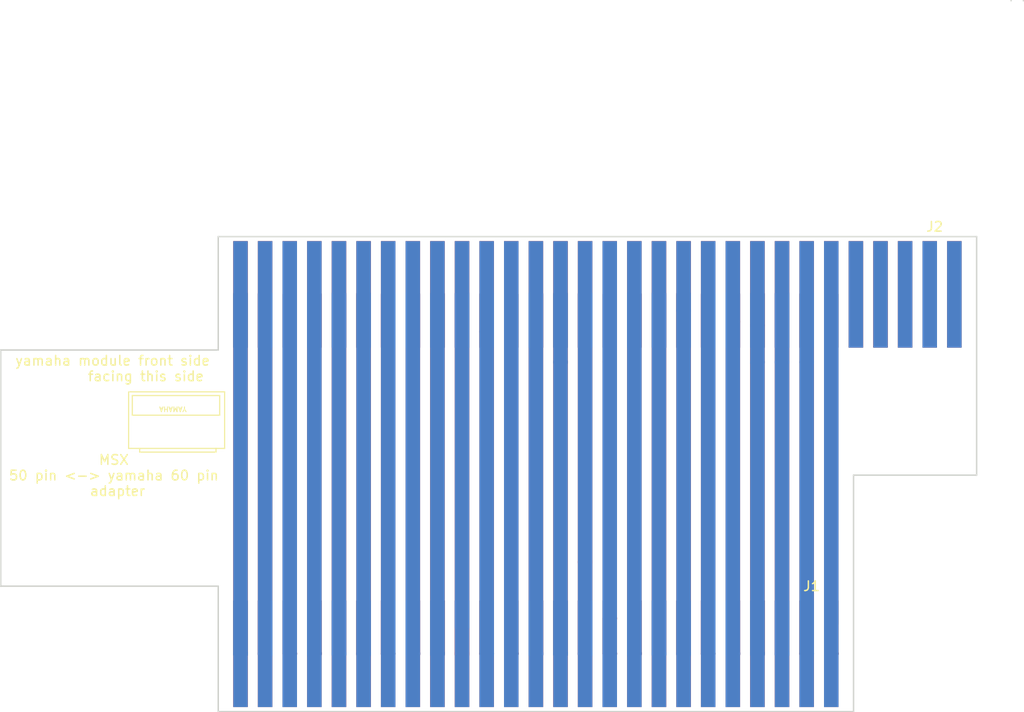
<source format=kicad_pcb>
(kicad_pcb (version 20171130) (host pcbnew "(5.1.5)-3")

  (general
    (thickness 1.6)
    (drawings 26)
    (tracks 113)
    (zones 0)
    (modules 2)
    (nets 61)
  )

  (page A4)
  (layers
    (0 F.Cu signal)
    (31 B.Cu signal)
    (32 B.Adhes user)
    (33 F.Adhes user)
    (34 B.Paste user)
    (35 F.Paste user)
    (36 B.SilkS user)
    (37 F.SilkS user)
    (38 B.Mask user)
    (39 F.Mask user)
    (40 Dwgs.User user)
    (41 Cmts.User user)
    (42 Eco1.User user)
    (43 Eco2.User user)
    (44 Edge.Cuts user)
    (45 Margin user)
    (46 B.CrtYd user)
    (47 F.CrtYd user)
    (48 B.Fab user)
    (49 F.Fab user)
  )

  (setup
    (last_trace_width 1.5)
    (user_trace_width 1.5)
    (trace_clearance 0.3)
    (zone_clearance 0.508)
    (zone_45_only no)
    (trace_min 0.2)
    (via_size 0.8)
    (via_drill 0.4)
    (via_min_size 0.4)
    (via_min_drill 0.3)
    (uvia_size 0.3)
    (uvia_drill 0.1)
    (uvias_allowed no)
    (uvia_min_size 0.2)
    (uvia_min_drill 0.1)
    (edge_width 0.05)
    (segment_width 0.2)
    (pcb_text_width 0.3)
    (pcb_text_size 1.5 1.5)
    (mod_edge_width 0.12)
    (mod_text_size 1 1)
    (mod_text_width 0.15)
    (pad_size 1.5 11)
    (pad_drill 0)
    (pad_to_mask_clearance 0.051)
    (solder_mask_min_width 0.25)
    (aux_axis_origin 0 0)
    (visible_elements 7FFFFFFF)
    (pcbplotparams
      (layerselection 0x010f0_ffffffff)
      (usegerberextensions false)
      (usegerberattributes false)
      (usegerberadvancedattributes false)
      (creategerberjobfile false)
      (excludeedgelayer false)
      (linewidth 0.100000)
      (plotframeref true)
      (viasonmask false)
      (mode 1)
      (useauxorigin false)
      (hpglpennumber 1)
      (hpglpenspeed 20)
      (hpglpendiameter 15.000000)
      (psnegative false)
      (psa4output false)
      (plotreference true)
      (plotvalue true)
      (plotinvisibletext false)
      (padsonsilk true)
      (subtractmaskfromsilk false)
      (outputformat 1)
      (mirror false)
      (drillshape 0)
      (scaleselection 1)
      (outputdirectory "gerber/"))
  )

  (net 0 "")
  (net 1 P1)
  (net 2 P3)
  (net 3 P5)
  (net 4 P7)
  (net 5 P9)
  (net 6 P11)
  (net 7 P13)
  (net 8 P15)
  (net 9 P17)
  (net 10 P19)
  (net 11 P21)
  (net 12 P23)
  (net 13 P25)
  (net 14 P27)
  (net 15 P29)
  (net 16 P31)
  (net 17 P33)
  (net 18 P35)
  (net 19 P37)
  (net 20 P39)
  (net 21 P41)
  (net 22 P43)
  (net 23 P45)
  (net 24 P47)
  (net 25 P49)
  (net 26 P50)
  (net 27 P48)
  (net 28 P46)
  (net 29 P44)
  (net 30 P42)
  (net 31 P40)
  (net 32 P38)
  (net 33 P36)
  (net 34 P34)
  (net 35 P32)
  (net 36 P30)
  (net 37 P28)
  (net 38 P26)
  (net 39 P24)
  (net 40 P22)
  (net 41 P20)
  (net 42 P18)
  (net 43 P16)
  (net 44 P14)
  (net 45 P12)
  (net 46 P10)
  (net 47 P2)
  (net 48 P4)
  (net 49 P6)
  (net 50 P8)
  (net 51 "Net-(J2-Pad8)")
  (net 52 "Net-(J2-Pad6)")
  (net 53 "Net-(J2-Pad4)")
  (net 54 "Net-(J2-Pad2)")
  (net 55 "Net-(J2-Pad10)")
  (net 56 "Net-(J2-Pad9)")
  (net 57 "Net-(J2-Pad7)")
  (net 58 "Net-(J2-Pad5)")
  (net 59 "Net-(J2-Pad3)")
  (net 60 "Net-(J2-Pad1)")

  (net_class Default "This is the default net class."
    (clearance 0.3)
    (trace_width 0.3)
    (via_dia 0.8)
    (via_drill 0.4)
    (uvia_dia 0.3)
    (uvia_drill 0.1)
    (add_net "Net-(J2-Pad1)")
    (add_net "Net-(J2-Pad10)")
    (add_net "Net-(J2-Pad2)")
    (add_net "Net-(J2-Pad3)")
    (add_net "Net-(J2-Pad4)")
    (add_net "Net-(J2-Pad5)")
    (add_net "Net-(J2-Pad6)")
    (add_net "Net-(J2-Pad7)")
    (add_net "Net-(J2-Pad8)")
    (add_net "Net-(J2-Pad9)")
    (add_net P1)
    (add_net P10)
    (add_net P11)
    (add_net P12)
    (add_net P13)
    (add_net P14)
    (add_net P15)
    (add_net P16)
    (add_net P17)
    (add_net P18)
    (add_net P19)
    (add_net P2)
    (add_net P20)
    (add_net P21)
    (add_net P22)
    (add_net P23)
    (add_net P24)
    (add_net P25)
    (add_net P26)
    (add_net P27)
    (add_net P28)
    (add_net P29)
    (add_net P3)
    (add_net P30)
    (add_net P31)
    (add_net P32)
    (add_net P33)
    (add_net P34)
    (add_net P35)
    (add_net P36)
    (add_net P37)
    (add_net P38)
    (add_net P39)
    (add_net P4)
    (add_net P40)
    (add_net P41)
    (add_net P42)
    (add_net P43)
    (add_net P44)
    (add_net P45)
    (add_net P46)
    (add_net P47)
    (add_net P48)
    (add_net P49)
    (add_net P5)
    (add_net P50)
    (add_net P6)
    (add_net P7)
    (add_net P8)
    (add_net P9)
  )

  (net_class Power ""
    (clearance 0.4)
    (trace_width 1.5)
    (via_dia 2)
    (via_drill 1)
    (uvia_dia 0.3)
    (uvia_drill 0.1)
  )

  (module "msx cartridge:msx_cartridge_2" (layer F.Cu) (tedit 5EC4399C) (tstamp 5EC48465)
    (at 171.946 106.65)
    (path /5EC5BB2F)
    (fp_text reference J2 (at 28.448 -7.112) (layer F.SilkS)
      (effects (font (size 1 1) (thickness 0.15)))
    )
    (fp_text value Connector_Generic_Conn_02x30_Odd_Even (at 0 -7.62) (layer F.Fab)
      (effects (font (size 1 1) (thickness 0.15)))
    )
    (pad 51 connect rect (at -33.02 -0.127) (size 1.5 11) (layers B.Cu B.Mask)
      (net 21 P41))
    (pad 53 connect rect (at -35.56 -0.127) (size 1.5 11) (layers B.Cu B.Mask)
      (net 22 P43))
    (pad 55 connect rect (at -38.1 -0.127) (size 1.5 11) (layers B.Cu B.Mask)
      (net 23 P45))
    (pad 57 connect rect (at -40.64 -0.127) (size 1.5 11) (layers B.Cu B.Mask)
      (net 24 P47))
    (pad 59 connect rect (at -43.18 -0.127) (size 1.5 11) (layers B.Cu B.Mask)
      (net 25 P49))
    (pad 60 connect rect (at -43.18 -0.127) (size 1.5 11) (layers F.Cu F.Mask)
      (net 26 P50))
    (pad 58 connect rect (at -40.64 -0.127) (size 1.5 11) (layers F.Cu F.Mask)
      (net 27 P48))
    (pad 56 connect rect (at -38.1 -0.127) (size 1.5 11) (layers F.Cu F.Mask)
      (net 28 P46))
    (pad 54 connect rect (at -35.56 -0.127) (size 1.5 11) (layers F.Cu F.Mask)
      (net 29 P44))
    (pad 52 connect rect (at -33.02 -0.127) (size 1.5 11) (layers F.Cu F.Mask)
      (net 30 P42))
    (pad 8 connect rect (at 22.86 -0.127) (size 1.5 11) (layers F.Cu F.Mask)
      (net 51 "Net-(J2-Pad8)"))
    (pad 6 connect rect (at 25.4 -0.127) (size 1.5 11) (layers F.Cu F.Mask)
      (net 52 "Net-(J2-Pad6)"))
    (pad 4 connect rect (at 27.94 -0.127) (size 1.5 11) (layers F.Cu F.Mask)
      (net 53 "Net-(J2-Pad4)"))
    (pad 2 connect rect (at 30.48 -0.127) (size 1.5 11) (layers F.Cu F.Mask)
      (net 54 "Net-(J2-Pad2)"))
    (pad 10 connect rect (at 20.32 -0.127) (size 1.5 11) (layers F.Cu F.Mask)
      (net 55 "Net-(J2-Pad10)"))
    (pad 12 connect rect (at 17.78 -0.127) (size 1.5 11) (layers F.Cu F.Mask)
      (net 47 P2))
    (pad 14 connect rect (at 15.24 -0.127) (size 1.5 11) (layers F.Cu F.Mask)
      (net 48 P4))
    (pad 16 connect rect (at 12.7 -0.127) (size 1.5 11) (layers F.Cu F.Mask)
      (net 49 P6))
    (pad 18 connect rect (at 10.16 -0.127) (size 1.5 11) (layers F.Cu F.Mask)
      (net 50 P8))
    (pad 20 connect rect (at 7.62 -0.127) (size 1.5 11) (layers F.Cu F.Mask)
      (net 46 P10))
    (pad 22 connect rect (at 5.08 -0.127) (size 1.5 11) (layers F.Cu F.Mask)
      (net 45 P12))
    (pad 24 connect rect (at 2.54 -0.127) (size 1.5 11) (layers F.Cu F.Mask)
      (net 44 P14))
    (pad 26 connect rect (at 0 -0.127) (size 1.5 11) (layers F.Cu F.Mask)
      (net 43 P16))
    (pad 28 connect rect (at -2.54 -0.127) (size 1.5 11) (layers F.Cu F.Mask)
      (net 42 P18))
    (pad 30 connect rect (at -5.08 -0.127) (size 1.5 11) (layers F.Cu F.Mask)
      (net 41 P20))
    (pad 32 connect rect (at -7.62 -0.127) (size 1.5 11) (layers F.Cu F.Mask)
      (net 40 P22))
    (pad 34 connect rect (at -10.16 -0.127) (size 1.5 11) (layers F.Cu F.Mask)
      (net 39 P24))
    (pad 36 connect rect (at -12.7 -0.127) (size 1.5 11) (layers F.Cu F.Mask)
      (net 38 P26))
    (pad 38 connect rect (at -15.24 -0.127) (size 1.5 11) (layers F.Cu F.Mask)
      (net 37 P28))
    (pad 40 connect rect (at -17.78 -0.127) (size 1.5 11) (layers F.Cu F.Mask)
      (net 36 P30))
    (pad 42 connect rect (at -20.32 -0.127) (size 1.5 11) (layers F.Cu F.Mask)
      (net 35 P32))
    (pad 44 connect rect (at -22.86 -0.127) (size 1.5 11) (layers F.Cu F.Mask)
      (net 34 P34))
    (pad 46 connect rect (at -25.4 -0.127) (size 1.5 11) (layers F.Cu F.Mask)
      (net 33 P36))
    (pad 48 connect rect (at -27.94 -0.127) (size 1.5 11) (layers F.Cu F.Mask)
      (net 32 P38))
    (pad 50 connect rect (at -30.48 -0.127) (size 1.5 11) (layers F.Cu F.Mask)
      (net 31 P40))
    (pad 49 connect rect (at -30.48 -0.127) (size 1.5 11) (layers B.Cu B.Mask)
      (net 20 P39))
    (pad 47 connect rect (at -27.94 -0.127) (size 1.5 11) (layers B.Cu B.Mask)
      (net 19 P37))
    (pad 45 connect rect (at -25.4 -0.127) (size 1.5 11) (layers B.Cu B.Mask)
      (net 18 P35))
    (pad 43 connect rect (at -22.86 -0.127) (size 1.5 11) (layers B.Cu B.Mask)
      (net 17 P33))
    (pad 41 connect rect (at -20.32 -0.127) (size 1.5 11) (layers B.Cu B.Mask)
      (net 16 P31))
    (pad 39 connect rect (at -17.78 -0.127) (size 1.5 11) (layers B.Cu B.Mask)
      (net 15 P29))
    (pad 37 connect rect (at -15.24 -0.127) (size 1.5 11) (layers B.Cu B.Mask)
      (net 14 P27))
    (pad 35 connect rect (at -12.7 -0.127) (size 1.5 11) (layers B.Cu B.Mask)
      (net 13 P25))
    (pad 33 connect rect (at -10.16 -0.127) (size 1.5 11) (layers B.Cu B.Mask)
      (net 12 P23))
    (pad 31 connect rect (at -7.62 -0.127) (size 1.5 11) (layers B.Cu B.Mask)
      (net 11 P21))
    (pad 29 connect rect (at -5.08 -0.127) (size 1.5 11) (layers B.Cu B.Mask)
      (net 10 P19))
    (pad 27 connect rect (at -2.54 -0.127) (size 1.5 11) (layers B.Cu B.Mask)
      (net 9 P17))
    (pad 25 connect rect (at 0 -0.127) (size 1.5 11) (layers B.Cu B.Mask)
      (net 8 P15))
    (pad 23 connect rect (at 2.54 -0.127) (size 1.5 11) (layers B.Cu B.Mask)
      (net 7 P13))
    (pad 21 connect rect (at 5.08 -0.127) (size 1.5 11) (layers B.Cu B.Mask)
      (net 6 P11))
    (pad 19 connect rect (at 7.62 -0.127) (size 1.5 11) (layers B.Cu B.Mask)
      (net 5 P9))
    (pad 17 connect rect (at 10.16 -0.127) (size 1.5 11) (layers B.Cu B.Mask)
      (net 4 P7))
    (pad 15 connect rect (at 12.7 -0.127) (size 1.5 11) (layers B.Cu B.Mask)
      (net 3 P5))
    (pad 13 connect rect (at 15.24 -0.127) (size 1.5 11) (layers B.Cu B.Mask)
      (net 2 P3))
    (pad 11 connect rect (at 17.78 -0.127) (size 1.5 11) (layers B.Cu B.Mask)
      (net 1 P1))
    (pad 9 connect rect (at 20.32 -0.127) (size 1.5 11) (layers B.Cu B.Mask)
      (net 56 "Net-(J2-Pad9)"))
    (pad 7 connect rect (at 22.86 -0.127) (size 1.5 11) (layers B.Cu B.Mask)
      (net 57 "Net-(J2-Pad7)"))
    (pad 5 connect rect (at 25.4 -0.127) (size 1.5 11) (layers B.Cu B.Mask)
      (net 58 "Net-(J2-Pad5)"))
    (pad 3 connect rect (at 27.94 -0.127) (size 1.5 11) (layers B.Cu B.Mask)
      (net 59 "Net-(J2-Pad3)"))
    (pad 1 connect rect (at 30.48 -0.127) (size 1.5 11) (layers B.Cu B.Mask)
      (net 60 "Net-(J2-Pad1)"))
  )

  (module "MSX cartridge:msx_cartridge" (layer F.Cu) (tedit 5EC439C9) (tstamp 5E7CF11F)
    (at 159.246 143.764)
    (path /5D239E16)
    (fp_text reference J1 (at 28.448 -7.112) (layer F.SilkS)
      (effects (font (size 1 1) (thickness 0.15)))
    )
    (fp_text value Conn_02x25_Odd_Even (at 0 -7.62) (layer F.Fab)
      (effects (font (size 1 1) (thickness 0.15)))
    )
    (pad 1 connect rect (at 30.48 -0.127) (size 1.5 11) (layers B.Cu B.Mask)
      (net 1 P1))
    (pad 3 connect rect (at 27.94 -0.127) (size 1.5 11) (layers B.Cu B.Mask)
      (net 2 P3))
    (pad 5 connect rect (at 25.4 -0.127) (size 1.5 11) (layers B.Cu B.Mask)
      (net 3 P5))
    (pad 7 connect rect (at 22.86 -0.127) (size 1.5 11) (layers B.Cu B.Mask)
      (net 4 P7))
    (pad 9 connect rect (at 20.32 -0.127) (size 1.5 11) (layers B.Cu B.Mask)
      (net 5 P9))
    (pad 11 connect rect (at 17.78 -0.127) (size 1.5 11) (layers B.Cu B.Mask)
      (net 6 P11))
    (pad 13 connect rect (at 15.24 -0.127) (size 1.5 11) (layers B.Cu B.Mask)
      (net 7 P13))
    (pad 15 connect rect (at 12.7 -0.127) (size 1.5 11) (layers B.Cu B.Mask)
      (net 8 P15))
    (pad 17 connect rect (at 10.16 -0.127) (size 1.5 11) (layers B.Cu B.Mask)
      (net 9 P17))
    (pad 19 connect rect (at 7.62 -0.127) (size 1.5 11) (layers B.Cu B.Mask)
      (net 10 P19))
    (pad 21 connect rect (at 5.08 -0.127) (size 1.5 11) (layers B.Cu B.Mask)
      (net 11 P21))
    (pad 23 connect rect (at 2.54 -0.127) (size 1.5 11) (layers B.Cu B.Mask)
      (net 12 P23))
    (pad 25 connect rect (at 0 -0.127) (size 1.5 11) (layers B.Cu B.Mask)
      (net 13 P25))
    (pad 27 connect rect (at -2.54 -0.127) (size 1.5 11) (layers B.Cu B.Mask)
      (net 14 P27))
    (pad 29 connect rect (at -5.08 -0.127) (size 1.5 11) (layers B.Cu B.Mask)
      (net 15 P29))
    (pad 31 connect rect (at -7.62 -0.127) (size 1.5 11) (layers B.Cu B.Mask)
      (net 16 P31))
    (pad 33 connect rect (at -10.16 -0.127) (size 1.5 11) (layers B.Cu B.Mask)
      (net 17 P33))
    (pad 35 connect rect (at -12.7 -0.127) (size 1.5 11) (layers B.Cu B.Mask)
      (net 18 P35))
    (pad 37 connect rect (at -15.24 -0.127) (size 1.5 11) (layers B.Cu B.Mask)
      (net 19 P37))
    (pad 39 connect rect (at -17.78 -0.127) (size 1.5 11) (layers B.Cu B.Mask)
      (net 20 P39))
    (pad 41 connect rect (at -20.32 -0.127) (size 1.5 11) (layers B.Cu B.Mask)
      (net 21 P41) (zone_connect 2))
    (pad 43 connect rect (at -22.86 -0.127) (size 1.5 11) (layers B.Cu B.Mask)
      (net 22 P43) (zone_connect 2))
    (pad 45 connect rect (at -25.4 -0.127) (size 1.5 11) (layers B.Cu B.Mask)
      (net 23 P45) (zone_connect 2))
    (pad 47 connect rect (at -27.94 -0.127) (size 1.5 11) (layers B.Cu B.Mask)
      (net 24 P47) (zone_connect 2))
    (pad 49 connect rect (at -30.48 -0.127) (size 1.5 11) (layers B.Cu B.Mask)
      (net 25 P49))
    (pad 50 connect rect (at -30.48 -0.127) (size 1.5 11) (layers F.Cu F.Mask)
      (net 26 P50))
    (pad 48 connect rect (at -27.94 -0.127) (size 1.5 11) (layers F.Cu F.Mask)
      (net 27 P48))
    (pad 46 connect rect (at -25.4 -0.127) (size 1.5 11) (layers F.Cu F.Mask)
      (net 28 P46))
    (pad 44 connect rect (at -22.86 -0.127) (size 1.5 11) (layers F.Cu F.Mask)
      (net 29 P44))
    (pad 42 connect rect (at -20.32 -0.127) (size 1.5 11) (layers F.Cu F.Mask)
      (net 30 P42))
    (pad 40 connect rect (at -17.78 -0.127) (size 1.5 11) (layers F.Cu F.Mask)
      (net 31 P40))
    (pad 38 connect rect (at -15.24 -0.127) (size 1.5 11) (layers F.Cu F.Mask)
      (net 32 P38))
    (pad 36 connect rect (at -12.7 -0.127) (size 1.5 11) (layers F.Cu F.Mask)
      (net 33 P36))
    (pad 34 connect rect (at -10.16 -0.127) (size 1.5 11) (layers F.Cu F.Mask)
      (net 34 P34))
    (pad 32 connect rect (at -7.62 -0.127) (size 1.5 11) (layers F.Cu F.Mask)
      (net 35 P32))
    (pad 30 connect rect (at -5.08 -0.127) (size 1.5 11) (layers F.Cu F.Mask)
      (net 36 P30))
    (pad 28 connect rect (at -2.54 -0.127) (size 1.5 11) (layers F.Cu F.Mask)
      (net 37 P28))
    (pad 26 connect rect (at 0 -0.127) (size 1.5 11) (layers F.Cu F.Mask)
      (net 38 P26))
    (pad 24 connect rect (at 2.54 -0.127) (size 1.5 11) (layers F.Cu F.Mask)
      (net 39 P24))
    (pad 22 connect rect (at 5.08 -0.127) (size 1.5 11) (layers F.Cu F.Mask)
      (net 40 P22))
    (pad 20 connect rect (at 7.62 -0.127) (size 1.5 11) (layers F.Cu F.Mask)
      (net 41 P20))
    (pad 18 connect rect (at 10.16 -0.127) (size 1.5 11) (layers F.Cu F.Mask)
      (net 42 P18))
    (pad 16 connect rect (at 12.7 -0.127) (size 1.5 11) (layers F.Cu F.Mask)
      (net 43 P16))
    (pad 14 connect rect (at 15.24 -0.127) (size 1.5 11) (layers F.Cu F.Mask)
      (net 44 P14))
    (pad 12 connect rect (at 17.78 -0.127) (size 1.5 11) (layers F.Cu F.Mask)
      (net 45 P12))
    (pad 10 connect rect (at 20.32 -0.127) (size 1.5 11) (layers F.Cu F.Mask)
      (net 46 P10))
    (pad 2 connect rect (at 30.48 -0.127) (size 1.5 11) (layers F.Cu F.Mask)
      (net 47 P2))
    (pad 4 connect rect (at 27.94 -0.127) (size 1.5 11) (layers F.Cu F.Mask)
      (net 48 P4))
    (pad 6 connect rect (at 25.4 -0.127) (size 1.5 11) (layers F.Cu F.Mask)
      (net 49 P6))
    (pad 8 connect rect (at 22.86 -0.127) (size 1.5 11) (layers F.Cu F.Mask)
      (net 50 P8))
  )

  (gr_text "yamaha module front side \n        facing this side" (at 115.951 114.173) (layer F.SilkS)
    (effects (font (size 1 1) (thickness 0.15)))
  )
  (gr_line (start 126.238 122.809) (end 126.238 122.428) (layer F.SilkS) (width 0.12))
  (gr_line (start 118.364 122.809) (end 126.238 122.809) (layer F.SilkS) (width 0.12))
  (gr_line (start 118.364 122.428) (end 118.364 122.809) (layer F.SilkS) (width 0.12))
  (gr_text YAMAHA (at 121.793 118.364 180) (layer F.SilkS)
    (effects (font (size 0.5 0.5) (thickness 0.1)))
  )
  (gr_line (start 117.602 118.999) (end 117.602 116.967) (layer F.SilkS) (width 0.12) (tstamp 5EC49283))
  (gr_line (start 126.619 118.999) (end 117.602 118.999) (layer F.SilkS) (width 0.12))
  (gr_line (start 126.619 116.967) (end 126.619 118.999) (layer F.SilkS) (width 0.12))
  (gr_line (start 117.602 116.967) (end 126.619 116.967) (layer F.SilkS) (width 0.12))
  (gr_line (start 117.221 122.428) (end 117.221 116.586) (layer F.SilkS) (width 0.12))
  (gr_line (start 127.127 122.428) (end 117.221 122.428) (layer F.SilkS) (width 0.12))
  (gr_line (start 127.127 116.586) (end 127.127 122.428) (layer F.SilkS) (width 0.12))
  (gr_line (start 117.348 116.586) (end 127.127 116.586) (layer F.SilkS) (width 0.12))
  (gr_text "MSX \n50 pin <-> yamaha 60 pin \nadapter" (at 116.078 125.222) (layer F.SilkS)
    (effects (font (size 1 1) (thickness 0.15)))
  )
  (gr_line (start 126.468 112.268) (end 126.468 100.554) (layer Edge.Cuts) (width 0.15))
  (gr_line (start 104.024 112.268) (end 126.468 112.268) (layer Edge.Cuts) (width 0.15))
  (gr_line (start 204.724 125.189) (end 204.724 100.554) (layer Edge.Cuts) (width 0.15))
  (gr_line (start 192.024 125.189) (end 204.724 125.189) (layer Edge.Cuts) (width 0.15))
  (gr_line (start 208.28 76.2) (end 208.28 76.2) (angle 90) (layer Edge.Cuts) (width 0.15) (tstamp 5E90F453))
  (gr_line (start 209.55 76.2) (end 209.55 76.2) (angle 90) (layer Edge.Cuts) (width 0.15) (tstamp 5E90F443))
  (gr_line (start 104.024 136.652) (end 104.024 112.268) (angle 90) (layer Edge.Cuts) (width 0.15) (tstamp 5E892D00))
  (gr_line (start 126.468 136.652) (end 104.024 136.652) (angle 90) (layer Edge.Cuts) (width 0.15) (tstamp 5E892CAB))
  (gr_line (start 192.024 149.606) (end 192.024 125.189) (angle 90) (layer Edge.Cuts) (width 0.15) (tstamp 5E892C8B))
  (gr_line (start 126.468 100.554) (end 204.724 100.554) (angle 90) (layer Edge.Cuts) (width 0.15) (tstamp 5E7CF18D))
  (gr_line (start 126.468 149.606) (end 192.024 149.606) (angle 90) (layer Edge.Cuts) (width 0.15) (tstamp 5E7CF3A5))
  (gr_line (start 126.468 149.606) (end 126.468 136.652) (angle 90) (layer Edge.Cuts) (width 0.15) (tstamp 5E7CF3A2))

  (segment (start 189.738 143.625) (end 189.726 143.637) (width 1.5) (layer B.Cu) (net 1) (status 30))
  (segment (start 189.726 106.523) (end 189.726 140.577) (width 1.5) (layer B.Cu) (net 1))
  (segment (start 187.198 143.625) (end 187.186 143.637) (width 1.5) (layer B.Cu) (net 2) (status 30))
  (segment (start 187.186 113.523) (end 187.186 143.637) (width 1.5) (layer B.Cu) (net 2))
  (segment (start 187.186 106.523) (end 187.186 113.523) (width 1.5) (layer B.Cu) (net 2))
  (segment (start 184.658 143.625) (end 184.646 143.637) (width 1.5) (layer B.Cu) (net 3) (status 30))
  (segment (start 184.646 113.523) (end 184.646 143.637) (width 1.5) (layer B.Cu) (net 3))
  (segment (start 184.646 106.523) (end 184.646 113.523) (width 1.5) (layer B.Cu) (net 3))
  (segment (start 182.118 143.625) (end 182.106 143.637) (width 1.5) (layer B.Cu) (net 4) (status 30))
  (segment (start 182.106 113.523) (end 182.106 143.637) (width 1.5) (layer B.Cu) (net 4))
  (segment (start 182.106 106.523) (end 182.106 113.523) (width 1.5) (layer B.Cu) (net 4))
  (segment (start 179.578 143.625) (end 179.566 143.637) (width 1.5) (layer B.Cu) (net 5) (status 30))
  (segment (start 179.566 106.523) (end 179.566 143.637) (width 1.5) (layer B.Cu) (net 5))
  (segment (start 177.038 143.625) (end 177.026 143.637) (width 1.5) (layer B.Cu) (net 6) (status 30))
  (segment (start 177.026 106.523) (end 177.026 143.637) (width 1.5) (layer B.Cu) (net 6))
  (segment (start 174.498 143.625) (end 174.486 143.637) (width 1.5) (layer B.Cu) (net 7) (status 30))
  (segment (start 174.486 108.192) (end 174.486 143.637) (width 1.5) (layer B.Cu) (net 7))
  (segment (start 174.486 106.523) (end 174.486 108.192) (width 1.5) (layer B.Cu) (net 7))
  (segment (start 171.958 143.625) (end 171.946 143.637) (width 1.5) (layer B.Cu) (net 8) (status 30))
  (segment (start 171.946 106.523) (end 171.946 143.637) (width 1.5) (layer B.Cu) (net 8))
  (segment (start 169.418 143.625) (end 169.406 143.637) (width 1.5) (layer B.Cu) (net 9) (status 30))
  (segment (start 169.406 106.523) (end 169.406 143.637) (width 1.5) (layer B.Cu) (net 9))
  (segment (start 166.878 143.625) (end 166.866 143.637) (width 1.5) (layer B.Cu) (net 10) (status 30))
  (segment (start 166.866 106.523) (end 166.866 143.637) (width 1.5) (layer B.Cu) (net 10))
  (segment (start 164.338 143.625) (end 164.326 143.637) (width 1.5) (layer B.Cu) (net 11) (status 30))
  (segment (start 164.326 106.523) (end 164.326 143.637) (width 1.5) (layer B.Cu) (net 11))
  (segment (start 161.798 143.625) (end 161.786 143.637) (width 1.5) (layer B.Cu) (net 12) (status 30))
  (segment (start 161.786 113.523) (end 161.786 143.637) (width 1.5) (layer B.Cu) (net 12))
  (segment (start 161.786 106.523) (end 161.786 113.523) (width 1.5) (layer B.Cu) (net 12))
  (segment (start 159.258 143.625) (end 159.246 143.637) (width 1.5) (layer B.Cu) (net 13) (status 30))
  (segment (start 159.246 106.523) (end 159.246 143.637) (width 1.5) (layer B.Cu) (net 13))
  (segment (start 156.718 143.625) (end 156.706 143.637) (width 1.5) (layer B.Cu) (net 14) (status 30))
  (segment (start 156.706 106.523) (end 156.706 143.637) (width 1.5) (layer B.Cu) (net 14))
  (segment (start 154.178 143.625) (end 154.166 143.637) (width 1.5) (layer B.Cu) (net 15) (status 30))
  (segment (start 154.166 110.375) (end 154.166 143.637) (width 1.5) (layer B.Cu) (net 15))
  (segment (start 154.166 106.523) (end 154.166 110.375) (width 1.5) (layer B.Cu) (net 15))
  (segment (start 151.626 106.523) (end 151.626 140.86501) (width 1.5) (layer B.Cu) (net 16) (status 30))
  (segment (start 149.098 143.625) (end 149.086 143.637) (width 1.5) (layer B.Cu) (net 17) (status 30))
  (segment (start 149.086 106.523) (end 149.086 143.637) (width 1.5) (layer B.Cu) (net 17) (status 30))
  (segment (start 146.558 143.625) (end 146.546 143.637) (width 1.5) (layer B.Cu) (net 18) (status 30))
  (segment (start 146.546 106.523) (end 146.546 143.637) (width 1.5) (layer B.Cu) (net 18) (status 30))
  (segment (start 144.018 143.625) (end 144.006 143.637) (width 1.5) (layer B.Cu) (net 19) (status 30))
  (segment (start 144.006 106.523) (end 144.006 143.637) (width 1.5) (layer B.Cu) (net 19) (status 30))
  (segment (start 141.478 143.625) (end 141.466 143.637) (width 1.5) (layer B.Cu) (net 20) (status 30))
  (segment (start 141.466 106.523) (end 141.466 143.637) (width 1.5) (layer B.Cu) (net 20) (status 30))
  (segment (start 138.938 143.625) (end 138.926 143.637) (width 1.5) (layer B.Cu) (net 21) (status 30))
  (segment (start 138.926 106.523) (end 138.926 143.637) (width 1.5) (layer B.Cu) (net 21) (status 30))
  (segment (start 136.398 143.625) (end 136.386 143.637) (width 1.5) (layer B.Cu) (net 22) (status 30))
  (segment (start 136.386 106.523) (end 136.386 143.637) (width 1.5) (layer B.Cu) (net 22) (status 30))
  (segment (start 133.858 143.625) (end 133.846 143.637) (width 1.5) (layer B.Cu) (net 23) (status 30))
  (segment (start 133.846 106.523) (end 133.846 143.637) (width 1.5) (layer B.Cu) (net 23) (status 30))
  (segment (start 131.318 143.625) (end 131.306 143.637) (width 1.5) (layer B.Cu) (net 24) (status 30))
  (segment (start 131.306 106.523) (end 131.306 143.637) (width 1.5) (layer B.Cu) (net 24) (status 30))
  (segment (start 128.778 143.625) (end 128.766 143.637) (width 1.5) (layer B.Cu) (net 25) (status 30))
  (segment (start 128.766 106.523) (end 128.766 143.637) (width 1.5) (layer B.Cu) (net 25) (status 30))
  (segment (start 128.778 143.625) (end 128.766 143.637) (width 1.5) (layer F.Cu) (net 26) (status 30))
  (segment (start 128.766 106.523) (end 128.766 143.637) (width 1.5) (layer F.Cu) (net 26))
  (segment (start 131.318 143.625) (end 131.306 143.637) (width 1.5) (layer F.Cu) (net 27) (status 30))
  (segment (start 131.306 106.523) (end 131.306 143.637) (width 1.5) (layer F.Cu) (net 27))
  (segment (start 133.858 143.625) (end 133.846 143.637) (width 1.5) (layer F.Cu) (net 28) (status 30))
  (segment (start 133.846 106.523) (end 133.846 143.637) (width 1.5) (layer F.Cu) (net 28))
  (segment (start 136.398 143.625) (end 136.386 143.637) (width 1.5) (layer F.Cu) (net 29) (status 30))
  (segment (start 136.386 106.523) (end 136.386 143.637) (width 1.5) (layer F.Cu) (net 29))
  (segment (start 138.938 143.625) (end 138.926 143.637) (width 1.5) (layer F.Cu) (net 30) (status 30))
  (segment (start 138.926 106.523) (end 138.926 143.637) (width 1.5) (layer F.Cu) (net 30))
  (segment (start 141.478 143.625) (end 141.466 143.637) (width 1.5) (layer F.Cu) (net 31) (status 30))
  (segment (start 141.466 106.523) (end 141.466 143.637) (width 1.5) (layer F.Cu) (net 31))
  (segment (start 144.006 143.637) (end 144.006 138.3363) (width 0.3) (layer F.Cu) (net 32) (status 30))
  (segment (start 144.018 143.625) (end 144.006 143.637) (width 1.5) (layer F.Cu) (net 32) (status 30))
  (segment (start 144.006 106.523) (end 144.006 143.637) (width 1.5) (layer F.Cu) (net 32))
  (segment (start 146.558 143.625) (end 146.546 143.637) (width 1.5) (layer F.Cu) (net 33) (status 30))
  (segment (start 146.546 106.523) (end 146.546 143.637) (width 1.5) (layer F.Cu) (net 33))
  (segment (start 149.098 143.625) (end 149.086 143.637) (width 1.5) (layer F.Cu) (net 34) (status 30))
  (segment (start 149.086 106.523) (end 149.086 143.637) (width 1.5) (layer F.Cu) (net 34))
  (segment (start 151.638 143.625) (end 151.626 143.637) (width 1.5) (layer F.Cu) (net 35) (status 30))
  (segment (start 151.626 106.523) (end 151.626 143.637) (width 1.5) (layer F.Cu) (net 35))
  (segment (start 154.178 143.625) (end 154.166 143.637) (width 1.5) (layer F.Cu) (net 36) (status 30))
  (segment (start 154.166 106.523) (end 154.166 143.637) (width 1.5) (layer F.Cu) (net 36))
  (segment (start 156.718 143.625) (end 156.706 143.637) (width 1.5) (layer F.Cu) (net 37) (status 30))
  (segment (start 156.706 106.523) (end 156.706 143.637) (width 1.5) (layer F.Cu) (net 37))
  (segment (start 159.258 143.625) (end 159.246 143.637) (width 1.5) (layer F.Cu) (net 38) (status 30))
  (segment (start 159.246 106.523) (end 159.246 143.637) (width 1.5) (layer F.Cu) (net 38))
  (segment (start 161.798 143.625) (end 161.786 143.637) (width 1.5) (layer F.Cu) (net 39) (status 30))
  (segment (start 161.786 113.523) (end 161.786 143.637) (width 1.5) (layer F.Cu) (net 39))
  (segment (start 161.786 106.523) (end 161.786 113.523) (width 1.5) (layer F.Cu) (net 39))
  (segment (start 164.338 143.625) (end 164.326 143.637) (width 1.5) (layer F.Cu) (net 40) (status 30))
  (segment (start 164.326 134.153999) (end 164.326 143.637) (width 1.5) (layer F.Cu) (net 40))
  (segment (start 164.326 106.523) (end 164.326 134.153999) (width 1.5) (layer F.Cu) (net 40))
  (segment (start 166.866 139.98801) (end 166.866 143.637) (width 1.5) (layer F.Cu) (net 41) (status 30))
  (segment (start 166.878 139.97601) (end 166.866 139.98801) (width 1.5) (layer F.Cu) (net 41) (status 30))
  (segment (start 166.878 143.625) (end 166.866 143.637) (width 1.5) (layer F.Cu) (net 41) (status 30))
  (segment (start 166.866 113.523) (end 166.866 143.637) (width 1.5) (layer F.Cu) (net 41))
  (segment (start 166.866 106.523) (end 166.866 113.523) (width 1.5) (layer F.Cu) (net 41))
  (segment (start 169.418 143.625) (end 169.406 143.637) (width 1.5) (layer F.Cu) (net 42) (status 30))
  (segment (start 169.406 106.523) (end 169.406 143.637) (width 1.5) (layer F.Cu) (net 42))
  (segment (start 171.958 143.625) (end 171.946 143.637) (width 1.5) (layer F.Cu) (net 43) (status 30))
  (segment (start 171.946 106.523) (end 171.946 143.637) (width 1.5) (layer F.Cu) (net 43))
  (segment (start 174.486 106.523) (end 174.486 143.637) (width 1.5) (layer F.Cu) (net 44))
  (segment (start 177.038 143.625) (end 177.026 143.637) (width 1.5) (layer F.Cu) (net 45) (status 30))
  (segment (start 177.026 106.523) (end 177.026 143.637) (width 1.5) (layer F.Cu) (net 45))
  (segment (start 179.578 143.625) (end 179.566 143.637) (width 1.5) (layer F.Cu) (net 46) (status 30))
  (segment (start 179.566 109.335) (end 179.566 143.637) (width 1.5) (layer F.Cu) (net 46))
  (segment (start 179.566 106.523) (end 179.566 109.335) (width 1.5) (layer F.Cu) (net 46))
  (segment (start 189.738 143.625) (end 189.726 143.637) (width 1.5) (layer F.Cu) (net 47) (status 30))
  (segment (start 189.726 106.523) (end 189.726 143.637) (width 1.5) (layer F.Cu) (net 47))
  (segment (start 187.186 143.637) (end 187.186 139.2065) (width 0.3) (layer F.Cu) (net 48) (status 30))
  (segment (start 187.198 143.625) (end 187.186 143.637) (width 1.5) (layer F.Cu) (net 48) (status 30))
  (segment (start 187.186 106.523) (end 187.186 143.637) (width 1.5) (layer F.Cu) (net 48))
  (segment (start 184.658 143.625) (end 184.646 143.637) (width 1.5) (layer F.Cu) (net 49) (status 30))
  (segment (start 184.646 106.523) (end 184.646 143.637) (width 1.5) (layer F.Cu) (net 49))
  (segment (start 182.118 143.625) (end 182.106 143.637) (width 1.5) (layer F.Cu) (net 50) (status 30))
  (segment (start 182.106 109.716) (end 182.106 143.637) (width 1.5) (layer F.Cu) (net 50))
  (segment (start 182.106 106.523) (end 182.106 109.716) (width 1.5) (layer F.Cu) (net 50))

)

</source>
